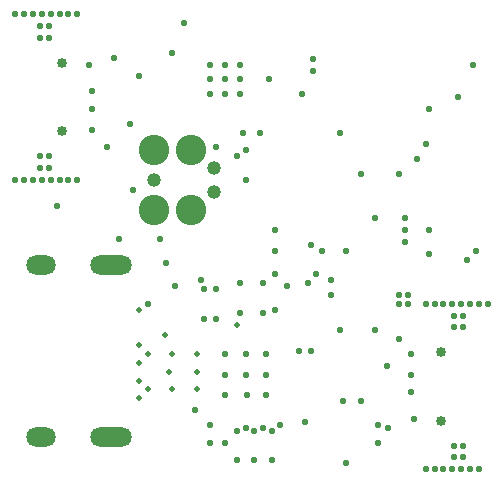
<source format=gbs>
%FSLAX46Y46*%
%MOMM*%
%AMPS17*
1,1,0.550000,0.000000,0.000000*
%
%ADD17PS17*%
%AMPS18*
1,1,0.500000,0.000000,0.000000*
%
%ADD18PS18*%
%AMPS15*
21,1,1.800000,1.700000,0.000000,0.000000,0.000000*
1,1,1.700000,0.900000,0.000000*
1,1,1.700000,-0.900000,0.000000*
%
%ADD15PS15*%
%AMPS16*
21,1,0.800000,1.700000,0.000000,0.000000,0.000000*
1,1,1.700000,0.400000,0.000000*
1,1,1.700000,-0.400000,0.000000*
%
%ADD16PS16*%
%AMPS11*
1,1,2.575000,0.000000,0.000000*
%
%ADD11PS11*%
%AMPS12*
1,1,2.575000,0.000000,0.000000*
%
%ADD12PS12*%
%AMPS14*
1,1,0.850000,0.000000,0.000000*
%
%ADD14PS14*%
%AMPS10*
1,1,0.850000,0.000000,0.000000*
%
%ADD10PS10*%
%AMPS13*
1,1,1.190600,0.000000,0.000000*
%
%ADD13PS13*%
G01*
%LPD*%
G01*
%LPD*%
G75*
D10*
X4930000Y35890000D03*
D10*
X4930000Y30110000D03*
D11*
X12710000Y28540000D03*
D11*
X15885000Y28540000D03*
D12*
X12710000Y23460000D03*
D13*
X17790000Y27016000D03*
D13*
X17790000Y24984000D03*
D13*
X12710000Y26000000D03*
D12*
X15885000Y23460000D03*
D14*
X37070000Y5610000D03*
D14*
X37070000Y11390000D03*
D15*
X9110000Y4250000D03*
D15*
X9110000Y18750000D03*
D16*
X3150000Y18750000D03*
D16*
X3150000Y4250000D03*
D17*
X18750000Y9500000D03*
D17*
X20500000Y26000000D03*
D17*
X18750000Y7750000D03*
D17*
X17500000Y5250000D03*
D17*
X22000000Y17250000D03*
D18*
X12250000Y8250000D03*
D17*
X36500000Y15500000D03*
D17*
X4500000Y23750000D03*
D17*
X13250000Y21000000D03*
D17*
X25750000Y17250000D03*
D17*
X6250000Y40000000D03*
D17*
X21750000Y30000000D03*
D17*
X18750000Y34500000D03*
D17*
X27750000Y17500000D03*
D17*
X22500000Y34500000D03*
D17*
X22000000Y5000000D03*
D18*
X11500000Y10500000D03*
D17*
X36000000Y19750000D03*
D17*
X36000000Y32000000D03*
D17*
X40250000Y1500000D03*
D17*
X35750000Y1500000D03*
D17*
X18750002Y35749999D03*
D17*
X34520000Y9500000D03*
D17*
X38000000Y15500000D03*
D17*
X23458871Y5270565D03*
D18*
X16425000Y9750000D03*
D17*
X3090000Y27000000D03*
D17*
X33500000Y26500000D03*
D17*
X39250000Y19250000D03*
D17*
X20000002Y34499999D03*
D17*
X33500000Y12500000D03*
D18*
X11500000Y14995000D03*
D17*
X19750000Y4750000D03*
D17*
X9345799Y36325633D03*
D17*
X20500000Y5000000D03*
D17*
X17500000Y3750000D03*
D17*
X3250000Y40000000D03*
D17*
X22750000Y2250000D03*
D17*
X22250000Y9500000D03*
D17*
X40250000Y15500000D03*
D17*
X18000000Y16750000D03*
D18*
X11500000Y12000000D03*
D18*
X11500000Y7500000D03*
D17*
X1750000Y26000000D03*
D17*
X16250000Y6500000D03*
D17*
X17500002Y35749999D03*
D17*
X27000000Y20000000D03*
D17*
X4750000Y40000000D03*
D17*
X41000000Y15500000D03*
D17*
X39500000Y1500000D03*
D18*
X14250000Y11250000D03*
D17*
X39500000Y15500000D03*
D17*
X18750000Y3750000D03*
D17*
X35000000Y27750000D03*
D18*
X16425000Y11250000D03*
D17*
X34250000Y16250000D03*
D17*
X33500000Y16250000D03*
D17*
X24000000Y17000000D03*
D17*
X20000000Y17250000D03*
D17*
X37250000Y15500000D03*
D17*
X9750000Y21000000D03*
D18*
X16425000Y8250000D03*
D17*
X23000000Y20000000D03*
D17*
X20500000Y28500000D03*
D18*
X11500000Y9000000D03*
D17*
X20000002Y33249999D03*
D17*
X34000000Y22750000D03*
D17*
X18750000Y11250000D03*
D17*
X33500000Y15500000D03*
D17*
X13750000Y19000000D03*
D17*
X20250000Y30000000D03*
D17*
X20000000Y14750000D03*
D17*
X29000000Y2000000D03*
D17*
X1750000Y40000000D03*
D17*
X26250000Y36250000D03*
D17*
X17500002Y33249999D03*
D17*
X38000000Y1500000D03*
D17*
X34000000Y20750000D03*
D17*
X16750000Y17500000D03*
D17*
X3090000Y39000000D03*
D17*
X26000000Y11500000D03*
D18*
X14250000Y8250000D03*
D17*
X8750000Y28750000D03*
D17*
X1000000Y26000000D03*
D17*
X30250000Y7250000D03*
D17*
X4750000Y26000000D03*
D17*
X22750000Y4750000D03*
D17*
X36000000Y21750000D03*
D17*
X26250000Y35250000D03*
D17*
X7480000Y32000000D03*
D18*
X14000000Y9750000D03*
D17*
X14250000Y36750000D03*
D17*
X19750000Y28000000D03*
D17*
X10750000Y30750000D03*
D17*
X3840000Y28000000D03*
D17*
X38750000Y15500000D03*
D17*
X34250000Y15500000D03*
D17*
X25250000Y33250000D03*
D17*
X15250000Y39250000D03*
D17*
X18000000Y28750000D03*
D17*
X22250000Y11250000D03*
D17*
X3840000Y38000000D03*
D17*
X28500000Y13250000D03*
D17*
X20500000Y11250000D03*
D17*
X20500000Y9500000D03*
D17*
X5500000Y40000000D03*
D17*
X39750000Y35750000D03*
D17*
X38910000Y2500000D03*
D17*
X3250000Y26000000D03*
D17*
X18750002Y33249999D03*
D17*
X28500000Y30000000D03*
D18*
X12250000Y11250000D03*
D17*
X12250000Y15500000D03*
D17*
X22250000Y7750000D03*
D17*
X6250000Y26000000D03*
D17*
X2500000Y40000000D03*
D17*
X5500000Y26000000D03*
D17*
X31500000Y13250000D03*
D17*
X26000000Y20500000D03*
D17*
X25500000Y5500000D03*
D17*
X3090000Y38000000D03*
D17*
X31750000Y5250000D03*
D17*
X38160000Y3500000D03*
D18*
X13675000Y12825000D03*
D17*
X7480000Y33500000D03*
D17*
X37250000Y1500000D03*
D17*
X34520000Y11250000D03*
D17*
X7230000Y35750000D03*
D17*
X40000000Y20000000D03*
D17*
X34000000Y21750000D03*
D17*
X38750000Y1500000D03*
D17*
X38160000Y14500000D03*
D17*
X19750000Y2250000D03*
D17*
X27750000Y16250000D03*
D17*
X30250000Y26500000D03*
D17*
X38910000Y14500000D03*
D17*
X32500000Y10250000D03*
D17*
X18000000Y14250000D03*
D17*
X26500000Y18000000D03*
D17*
X31500000Y22750000D03*
D17*
X25000000Y11500000D03*
D17*
X31750000Y3750000D03*
D17*
X38160000Y13500000D03*
D17*
X21250000Y2250000D03*
D17*
X38910000Y3500000D03*
D17*
X23000000Y21750000D03*
D17*
X20000002Y35749999D03*
D18*
X19745000Y13750000D03*
D17*
X38160000Y2500000D03*
D17*
X22000000Y14750000D03*
D17*
X4000000Y26000000D03*
D17*
X38500000Y33000000D03*
D17*
X1000000Y40000000D03*
D17*
X38910000Y13500000D03*
D17*
X20625000Y7750000D03*
D17*
X21250000Y4750000D03*
D17*
X36500000Y1500000D03*
D17*
X2500000Y26000000D03*
D17*
X32520000Y5000000D03*
D17*
X28750000Y7250000D03*
D17*
X17500002Y34499999D03*
D17*
X17000000Y14250000D03*
D17*
X4000000Y40000000D03*
D17*
X17000000Y16750000D03*
D17*
X35750000Y15500000D03*
D17*
X3840000Y27000000D03*
D17*
X34520000Y8000000D03*
D17*
X29000000Y20000000D03*
D17*
X10979680Y25129680D03*
D17*
X3840000Y39000000D03*
D17*
X35750000Y29000000D03*
D17*
X7480000Y30250000D03*
D17*
X3090000Y28000000D03*
D17*
X14500000Y17000000D03*
D17*
X11500000Y34750000D03*
D17*
X23000000Y15000000D03*
D17*
X23000000Y18000000D03*
D17*
X34770000Y5750000D03*
M02*

</source>
